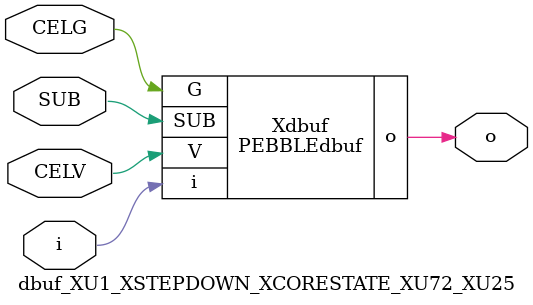
<source format=v>



module PEBBLEdbuf ( o, G, SUB, V, i );

  input V;
  input i;
  input G;
  output o;
  input SUB;
endmodule

//Celera Confidential Do Not Copy dbuf_XU1_XSTEPDOWN_XCORESTATE_XU72_XU25
//Celera Confidential Symbol Generator
//Digital Buffer
module dbuf_XU1_XSTEPDOWN_XCORESTATE_XU72_XU25 (CELV,CELG,i,o,SUB);
input CELV;
input CELG;
input i;
input SUB;
output o;

//Celera Confidential Do Not Copy dbuf
PEBBLEdbuf Xdbuf(
.V (CELV),
.i (i),
.o (o),
.SUB (SUB),
.G (CELG)
);
//,diesize,PEBBLEdbuf

//Celera Confidential Do Not Copy Module End
//Celera Schematic Generator
endmodule

</source>
